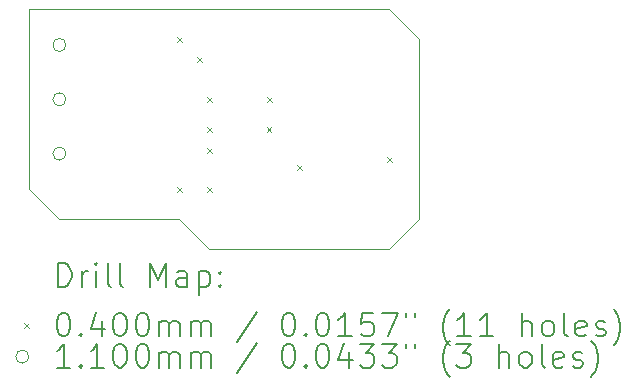
<source format=gbr>
%TF.GenerationSoftware,KiCad,Pcbnew,7.0.2*%
%TF.CreationDate,2023-06-01T20:05:19-06:00*%
%TF.ProjectId,ArmchairBarf,41726d63-6861-4697-9242-6172662e6b69,rev?*%
%TF.SameCoordinates,Original*%
%TF.FileFunction,Drillmap*%
%TF.FilePolarity,Positive*%
%FSLAX45Y45*%
G04 Gerber Fmt 4.5, Leading zero omitted, Abs format (unit mm)*
G04 Created by KiCad (PCBNEW 7.0.2) date 2023-06-01 20:05:19*
%MOMM*%
%LPD*%
G01*
G04 APERTURE LIST*
%ADD10C,0.100000*%
%ADD11C,0.200000*%
%ADD12C,0.040000*%
%ADD13C,0.110000*%
G04 APERTURE END LIST*
D10*
X16764000Y-10668000D02*
X16510000Y-10414000D01*
X15494000Y-8636000D02*
X15240000Y-8636000D01*
X18542000Y-8890000D02*
X18288000Y-8636000D01*
X15494000Y-10414000D02*
X16002000Y-10414000D01*
X15240000Y-10160000D02*
X15494000Y-10414000D01*
X18288000Y-8636000D02*
X18034000Y-8636000D01*
X16764000Y-10668000D02*
X18288000Y-10668000D01*
X16002000Y-10414000D02*
X16510000Y-10414000D01*
X15240000Y-9906000D02*
X15240000Y-10160000D01*
X15240000Y-8636000D02*
X15240000Y-9906000D01*
X18034000Y-8636000D02*
X15494000Y-8636000D01*
X18542000Y-10414000D02*
X18542000Y-8890000D01*
X18288000Y-10668000D02*
X18542000Y-10414000D01*
D11*
D12*
X16490000Y-8870000D02*
X16530000Y-8910000D01*
X16530000Y-8870000D02*
X16490000Y-8910000D01*
X16490000Y-10140000D02*
X16530000Y-10180000D01*
X16530000Y-10140000D02*
X16490000Y-10180000D01*
X16660950Y-9040950D02*
X16700950Y-9080950D01*
X16700950Y-9040950D02*
X16660950Y-9080950D01*
X16744000Y-9378000D02*
X16784000Y-9418000D01*
X16784000Y-9378000D02*
X16744000Y-9418000D01*
X16744000Y-9632000D02*
X16784000Y-9672000D01*
X16784000Y-9632000D02*
X16744000Y-9672000D01*
X16744000Y-9813550D02*
X16784000Y-9853550D01*
X16784000Y-9813550D02*
X16744000Y-9853550D01*
X16744000Y-10140000D02*
X16784000Y-10180000D01*
X16784000Y-10140000D02*
X16744000Y-10180000D01*
X17248540Y-9632000D02*
X17288540Y-9672000D01*
X17288540Y-9632000D02*
X17248540Y-9672000D01*
X17252000Y-9378000D02*
X17292000Y-9418000D01*
X17292000Y-9378000D02*
X17252000Y-9418000D01*
X17506000Y-9958450D02*
X17546000Y-9998450D01*
X17546000Y-9958450D02*
X17506000Y-9998450D01*
X18268000Y-9886000D02*
X18308000Y-9926000D01*
X18308000Y-9886000D02*
X18268000Y-9926000D01*
D13*
X15549000Y-8938000D02*
G75*
G03*
X15549000Y-8938000I-55000J0D01*
G01*
X15549000Y-9398000D02*
G75*
G03*
X15549000Y-9398000I-55000J0D01*
G01*
X15549000Y-9858000D02*
G75*
G03*
X15549000Y-9858000I-55000J0D01*
G01*
D11*
X15482619Y-10985524D02*
X15482619Y-10785524D01*
X15482619Y-10785524D02*
X15530238Y-10785524D01*
X15530238Y-10785524D02*
X15558809Y-10795048D01*
X15558809Y-10795048D02*
X15577857Y-10814095D01*
X15577857Y-10814095D02*
X15587381Y-10833143D01*
X15587381Y-10833143D02*
X15596905Y-10871238D01*
X15596905Y-10871238D02*
X15596905Y-10899810D01*
X15596905Y-10899810D02*
X15587381Y-10937905D01*
X15587381Y-10937905D02*
X15577857Y-10956952D01*
X15577857Y-10956952D02*
X15558809Y-10976000D01*
X15558809Y-10976000D02*
X15530238Y-10985524D01*
X15530238Y-10985524D02*
X15482619Y-10985524D01*
X15682619Y-10985524D02*
X15682619Y-10852190D01*
X15682619Y-10890286D02*
X15692143Y-10871238D01*
X15692143Y-10871238D02*
X15701667Y-10861714D01*
X15701667Y-10861714D02*
X15720714Y-10852190D01*
X15720714Y-10852190D02*
X15739762Y-10852190D01*
X15806428Y-10985524D02*
X15806428Y-10852190D01*
X15806428Y-10785524D02*
X15796905Y-10795048D01*
X15796905Y-10795048D02*
X15806428Y-10804571D01*
X15806428Y-10804571D02*
X15815952Y-10795048D01*
X15815952Y-10795048D02*
X15806428Y-10785524D01*
X15806428Y-10785524D02*
X15806428Y-10804571D01*
X15930238Y-10985524D02*
X15911190Y-10976000D01*
X15911190Y-10976000D02*
X15901667Y-10956952D01*
X15901667Y-10956952D02*
X15901667Y-10785524D01*
X16035000Y-10985524D02*
X16015952Y-10976000D01*
X16015952Y-10976000D02*
X16006428Y-10956952D01*
X16006428Y-10956952D02*
X16006428Y-10785524D01*
X16263571Y-10985524D02*
X16263571Y-10785524D01*
X16263571Y-10785524D02*
X16330238Y-10928381D01*
X16330238Y-10928381D02*
X16396905Y-10785524D01*
X16396905Y-10785524D02*
X16396905Y-10985524D01*
X16577857Y-10985524D02*
X16577857Y-10880762D01*
X16577857Y-10880762D02*
X16568333Y-10861714D01*
X16568333Y-10861714D02*
X16549286Y-10852190D01*
X16549286Y-10852190D02*
X16511190Y-10852190D01*
X16511190Y-10852190D02*
X16492143Y-10861714D01*
X16577857Y-10976000D02*
X16558809Y-10985524D01*
X16558809Y-10985524D02*
X16511190Y-10985524D01*
X16511190Y-10985524D02*
X16492143Y-10976000D01*
X16492143Y-10976000D02*
X16482619Y-10956952D01*
X16482619Y-10956952D02*
X16482619Y-10937905D01*
X16482619Y-10937905D02*
X16492143Y-10918857D01*
X16492143Y-10918857D02*
X16511190Y-10909333D01*
X16511190Y-10909333D02*
X16558809Y-10909333D01*
X16558809Y-10909333D02*
X16577857Y-10899810D01*
X16673095Y-10852190D02*
X16673095Y-11052190D01*
X16673095Y-10861714D02*
X16692143Y-10852190D01*
X16692143Y-10852190D02*
X16730238Y-10852190D01*
X16730238Y-10852190D02*
X16749286Y-10861714D01*
X16749286Y-10861714D02*
X16758809Y-10871238D01*
X16758809Y-10871238D02*
X16768333Y-10890286D01*
X16768333Y-10890286D02*
X16768333Y-10947429D01*
X16768333Y-10947429D02*
X16758809Y-10966476D01*
X16758809Y-10966476D02*
X16749286Y-10976000D01*
X16749286Y-10976000D02*
X16730238Y-10985524D01*
X16730238Y-10985524D02*
X16692143Y-10985524D01*
X16692143Y-10985524D02*
X16673095Y-10976000D01*
X16854048Y-10966476D02*
X16863571Y-10976000D01*
X16863571Y-10976000D02*
X16854048Y-10985524D01*
X16854048Y-10985524D02*
X16844524Y-10976000D01*
X16844524Y-10976000D02*
X16854048Y-10966476D01*
X16854048Y-10966476D02*
X16854048Y-10985524D01*
X16854048Y-10861714D02*
X16863571Y-10871238D01*
X16863571Y-10871238D02*
X16854048Y-10880762D01*
X16854048Y-10880762D02*
X16844524Y-10871238D01*
X16844524Y-10871238D02*
X16854048Y-10861714D01*
X16854048Y-10861714D02*
X16854048Y-10880762D01*
D12*
X15195000Y-11293000D02*
X15235000Y-11333000D01*
X15235000Y-11293000D02*
X15195000Y-11333000D01*
D11*
X15520714Y-11205524D02*
X15539762Y-11205524D01*
X15539762Y-11205524D02*
X15558809Y-11215048D01*
X15558809Y-11215048D02*
X15568333Y-11224571D01*
X15568333Y-11224571D02*
X15577857Y-11243619D01*
X15577857Y-11243619D02*
X15587381Y-11281714D01*
X15587381Y-11281714D02*
X15587381Y-11329333D01*
X15587381Y-11329333D02*
X15577857Y-11367428D01*
X15577857Y-11367428D02*
X15568333Y-11386476D01*
X15568333Y-11386476D02*
X15558809Y-11396000D01*
X15558809Y-11396000D02*
X15539762Y-11405524D01*
X15539762Y-11405524D02*
X15520714Y-11405524D01*
X15520714Y-11405524D02*
X15501667Y-11396000D01*
X15501667Y-11396000D02*
X15492143Y-11386476D01*
X15492143Y-11386476D02*
X15482619Y-11367428D01*
X15482619Y-11367428D02*
X15473095Y-11329333D01*
X15473095Y-11329333D02*
X15473095Y-11281714D01*
X15473095Y-11281714D02*
X15482619Y-11243619D01*
X15482619Y-11243619D02*
X15492143Y-11224571D01*
X15492143Y-11224571D02*
X15501667Y-11215048D01*
X15501667Y-11215048D02*
X15520714Y-11205524D01*
X15673095Y-11386476D02*
X15682619Y-11396000D01*
X15682619Y-11396000D02*
X15673095Y-11405524D01*
X15673095Y-11405524D02*
X15663571Y-11396000D01*
X15663571Y-11396000D02*
X15673095Y-11386476D01*
X15673095Y-11386476D02*
X15673095Y-11405524D01*
X15854048Y-11272190D02*
X15854048Y-11405524D01*
X15806428Y-11196000D02*
X15758809Y-11338857D01*
X15758809Y-11338857D02*
X15882619Y-11338857D01*
X15996905Y-11205524D02*
X16015952Y-11205524D01*
X16015952Y-11205524D02*
X16035000Y-11215048D01*
X16035000Y-11215048D02*
X16044524Y-11224571D01*
X16044524Y-11224571D02*
X16054048Y-11243619D01*
X16054048Y-11243619D02*
X16063571Y-11281714D01*
X16063571Y-11281714D02*
X16063571Y-11329333D01*
X16063571Y-11329333D02*
X16054048Y-11367428D01*
X16054048Y-11367428D02*
X16044524Y-11386476D01*
X16044524Y-11386476D02*
X16035000Y-11396000D01*
X16035000Y-11396000D02*
X16015952Y-11405524D01*
X16015952Y-11405524D02*
X15996905Y-11405524D01*
X15996905Y-11405524D02*
X15977857Y-11396000D01*
X15977857Y-11396000D02*
X15968333Y-11386476D01*
X15968333Y-11386476D02*
X15958809Y-11367428D01*
X15958809Y-11367428D02*
X15949286Y-11329333D01*
X15949286Y-11329333D02*
X15949286Y-11281714D01*
X15949286Y-11281714D02*
X15958809Y-11243619D01*
X15958809Y-11243619D02*
X15968333Y-11224571D01*
X15968333Y-11224571D02*
X15977857Y-11215048D01*
X15977857Y-11215048D02*
X15996905Y-11205524D01*
X16187381Y-11205524D02*
X16206429Y-11205524D01*
X16206429Y-11205524D02*
X16225476Y-11215048D01*
X16225476Y-11215048D02*
X16235000Y-11224571D01*
X16235000Y-11224571D02*
X16244524Y-11243619D01*
X16244524Y-11243619D02*
X16254048Y-11281714D01*
X16254048Y-11281714D02*
X16254048Y-11329333D01*
X16254048Y-11329333D02*
X16244524Y-11367428D01*
X16244524Y-11367428D02*
X16235000Y-11386476D01*
X16235000Y-11386476D02*
X16225476Y-11396000D01*
X16225476Y-11396000D02*
X16206429Y-11405524D01*
X16206429Y-11405524D02*
X16187381Y-11405524D01*
X16187381Y-11405524D02*
X16168333Y-11396000D01*
X16168333Y-11396000D02*
X16158809Y-11386476D01*
X16158809Y-11386476D02*
X16149286Y-11367428D01*
X16149286Y-11367428D02*
X16139762Y-11329333D01*
X16139762Y-11329333D02*
X16139762Y-11281714D01*
X16139762Y-11281714D02*
X16149286Y-11243619D01*
X16149286Y-11243619D02*
X16158809Y-11224571D01*
X16158809Y-11224571D02*
X16168333Y-11215048D01*
X16168333Y-11215048D02*
X16187381Y-11205524D01*
X16339762Y-11405524D02*
X16339762Y-11272190D01*
X16339762Y-11291238D02*
X16349286Y-11281714D01*
X16349286Y-11281714D02*
X16368333Y-11272190D01*
X16368333Y-11272190D02*
X16396905Y-11272190D01*
X16396905Y-11272190D02*
X16415952Y-11281714D01*
X16415952Y-11281714D02*
X16425476Y-11300762D01*
X16425476Y-11300762D02*
X16425476Y-11405524D01*
X16425476Y-11300762D02*
X16435000Y-11281714D01*
X16435000Y-11281714D02*
X16454048Y-11272190D01*
X16454048Y-11272190D02*
X16482619Y-11272190D01*
X16482619Y-11272190D02*
X16501667Y-11281714D01*
X16501667Y-11281714D02*
X16511190Y-11300762D01*
X16511190Y-11300762D02*
X16511190Y-11405524D01*
X16606429Y-11405524D02*
X16606429Y-11272190D01*
X16606429Y-11291238D02*
X16615952Y-11281714D01*
X16615952Y-11281714D02*
X16635000Y-11272190D01*
X16635000Y-11272190D02*
X16663571Y-11272190D01*
X16663571Y-11272190D02*
X16682619Y-11281714D01*
X16682619Y-11281714D02*
X16692143Y-11300762D01*
X16692143Y-11300762D02*
X16692143Y-11405524D01*
X16692143Y-11300762D02*
X16701667Y-11281714D01*
X16701667Y-11281714D02*
X16720714Y-11272190D01*
X16720714Y-11272190D02*
X16749286Y-11272190D01*
X16749286Y-11272190D02*
X16768333Y-11281714D01*
X16768333Y-11281714D02*
X16777857Y-11300762D01*
X16777857Y-11300762D02*
X16777857Y-11405524D01*
X17168333Y-11196000D02*
X16996905Y-11453143D01*
X17425476Y-11205524D02*
X17444524Y-11205524D01*
X17444524Y-11205524D02*
X17463572Y-11215048D01*
X17463572Y-11215048D02*
X17473095Y-11224571D01*
X17473095Y-11224571D02*
X17482619Y-11243619D01*
X17482619Y-11243619D02*
X17492143Y-11281714D01*
X17492143Y-11281714D02*
X17492143Y-11329333D01*
X17492143Y-11329333D02*
X17482619Y-11367428D01*
X17482619Y-11367428D02*
X17473095Y-11386476D01*
X17473095Y-11386476D02*
X17463572Y-11396000D01*
X17463572Y-11396000D02*
X17444524Y-11405524D01*
X17444524Y-11405524D02*
X17425476Y-11405524D01*
X17425476Y-11405524D02*
X17406429Y-11396000D01*
X17406429Y-11396000D02*
X17396905Y-11386476D01*
X17396905Y-11386476D02*
X17387381Y-11367428D01*
X17387381Y-11367428D02*
X17377857Y-11329333D01*
X17377857Y-11329333D02*
X17377857Y-11281714D01*
X17377857Y-11281714D02*
X17387381Y-11243619D01*
X17387381Y-11243619D02*
X17396905Y-11224571D01*
X17396905Y-11224571D02*
X17406429Y-11215048D01*
X17406429Y-11215048D02*
X17425476Y-11205524D01*
X17577857Y-11386476D02*
X17587381Y-11396000D01*
X17587381Y-11396000D02*
X17577857Y-11405524D01*
X17577857Y-11405524D02*
X17568334Y-11396000D01*
X17568334Y-11396000D02*
X17577857Y-11386476D01*
X17577857Y-11386476D02*
X17577857Y-11405524D01*
X17711191Y-11205524D02*
X17730238Y-11205524D01*
X17730238Y-11205524D02*
X17749286Y-11215048D01*
X17749286Y-11215048D02*
X17758810Y-11224571D01*
X17758810Y-11224571D02*
X17768334Y-11243619D01*
X17768334Y-11243619D02*
X17777857Y-11281714D01*
X17777857Y-11281714D02*
X17777857Y-11329333D01*
X17777857Y-11329333D02*
X17768334Y-11367428D01*
X17768334Y-11367428D02*
X17758810Y-11386476D01*
X17758810Y-11386476D02*
X17749286Y-11396000D01*
X17749286Y-11396000D02*
X17730238Y-11405524D01*
X17730238Y-11405524D02*
X17711191Y-11405524D01*
X17711191Y-11405524D02*
X17692143Y-11396000D01*
X17692143Y-11396000D02*
X17682619Y-11386476D01*
X17682619Y-11386476D02*
X17673095Y-11367428D01*
X17673095Y-11367428D02*
X17663572Y-11329333D01*
X17663572Y-11329333D02*
X17663572Y-11281714D01*
X17663572Y-11281714D02*
X17673095Y-11243619D01*
X17673095Y-11243619D02*
X17682619Y-11224571D01*
X17682619Y-11224571D02*
X17692143Y-11215048D01*
X17692143Y-11215048D02*
X17711191Y-11205524D01*
X17968334Y-11405524D02*
X17854048Y-11405524D01*
X17911191Y-11405524D02*
X17911191Y-11205524D01*
X17911191Y-11205524D02*
X17892143Y-11234095D01*
X17892143Y-11234095D02*
X17873095Y-11253143D01*
X17873095Y-11253143D02*
X17854048Y-11262667D01*
X18149286Y-11205524D02*
X18054048Y-11205524D01*
X18054048Y-11205524D02*
X18044524Y-11300762D01*
X18044524Y-11300762D02*
X18054048Y-11291238D01*
X18054048Y-11291238D02*
X18073095Y-11281714D01*
X18073095Y-11281714D02*
X18120715Y-11281714D01*
X18120715Y-11281714D02*
X18139762Y-11291238D01*
X18139762Y-11291238D02*
X18149286Y-11300762D01*
X18149286Y-11300762D02*
X18158810Y-11319809D01*
X18158810Y-11319809D02*
X18158810Y-11367428D01*
X18158810Y-11367428D02*
X18149286Y-11386476D01*
X18149286Y-11386476D02*
X18139762Y-11396000D01*
X18139762Y-11396000D02*
X18120715Y-11405524D01*
X18120715Y-11405524D02*
X18073095Y-11405524D01*
X18073095Y-11405524D02*
X18054048Y-11396000D01*
X18054048Y-11396000D02*
X18044524Y-11386476D01*
X18225476Y-11205524D02*
X18358810Y-11205524D01*
X18358810Y-11205524D02*
X18273095Y-11405524D01*
X18425476Y-11205524D02*
X18425476Y-11243619D01*
X18501667Y-11205524D02*
X18501667Y-11243619D01*
X18796905Y-11481714D02*
X18787381Y-11472190D01*
X18787381Y-11472190D02*
X18768334Y-11443619D01*
X18768334Y-11443619D02*
X18758810Y-11424571D01*
X18758810Y-11424571D02*
X18749286Y-11396000D01*
X18749286Y-11396000D02*
X18739762Y-11348381D01*
X18739762Y-11348381D02*
X18739762Y-11310286D01*
X18739762Y-11310286D02*
X18749286Y-11262667D01*
X18749286Y-11262667D02*
X18758810Y-11234095D01*
X18758810Y-11234095D02*
X18768334Y-11215048D01*
X18768334Y-11215048D02*
X18787381Y-11186476D01*
X18787381Y-11186476D02*
X18796905Y-11176952D01*
X18977857Y-11405524D02*
X18863572Y-11405524D01*
X18920715Y-11405524D02*
X18920715Y-11205524D01*
X18920715Y-11205524D02*
X18901667Y-11234095D01*
X18901667Y-11234095D02*
X18882619Y-11253143D01*
X18882619Y-11253143D02*
X18863572Y-11262667D01*
X19168334Y-11405524D02*
X19054048Y-11405524D01*
X19111191Y-11405524D02*
X19111191Y-11205524D01*
X19111191Y-11205524D02*
X19092143Y-11234095D01*
X19092143Y-11234095D02*
X19073096Y-11253143D01*
X19073096Y-11253143D02*
X19054048Y-11262667D01*
X19406429Y-11405524D02*
X19406429Y-11205524D01*
X19492143Y-11405524D02*
X19492143Y-11300762D01*
X19492143Y-11300762D02*
X19482619Y-11281714D01*
X19482619Y-11281714D02*
X19463572Y-11272190D01*
X19463572Y-11272190D02*
X19435000Y-11272190D01*
X19435000Y-11272190D02*
X19415953Y-11281714D01*
X19415953Y-11281714D02*
X19406429Y-11291238D01*
X19615953Y-11405524D02*
X19596905Y-11396000D01*
X19596905Y-11396000D02*
X19587381Y-11386476D01*
X19587381Y-11386476D02*
X19577858Y-11367428D01*
X19577858Y-11367428D02*
X19577858Y-11310286D01*
X19577858Y-11310286D02*
X19587381Y-11291238D01*
X19587381Y-11291238D02*
X19596905Y-11281714D01*
X19596905Y-11281714D02*
X19615953Y-11272190D01*
X19615953Y-11272190D02*
X19644524Y-11272190D01*
X19644524Y-11272190D02*
X19663572Y-11281714D01*
X19663572Y-11281714D02*
X19673096Y-11291238D01*
X19673096Y-11291238D02*
X19682619Y-11310286D01*
X19682619Y-11310286D02*
X19682619Y-11367428D01*
X19682619Y-11367428D02*
X19673096Y-11386476D01*
X19673096Y-11386476D02*
X19663572Y-11396000D01*
X19663572Y-11396000D02*
X19644524Y-11405524D01*
X19644524Y-11405524D02*
X19615953Y-11405524D01*
X19796905Y-11405524D02*
X19777858Y-11396000D01*
X19777858Y-11396000D02*
X19768334Y-11376952D01*
X19768334Y-11376952D02*
X19768334Y-11205524D01*
X19949286Y-11396000D02*
X19930239Y-11405524D01*
X19930239Y-11405524D02*
X19892143Y-11405524D01*
X19892143Y-11405524D02*
X19873096Y-11396000D01*
X19873096Y-11396000D02*
X19863572Y-11376952D01*
X19863572Y-11376952D02*
X19863572Y-11300762D01*
X19863572Y-11300762D02*
X19873096Y-11281714D01*
X19873096Y-11281714D02*
X19892143Y-11272190D01*
X19892143Y-11272190D02*
X19930239Y-11272190D01*
X19930239Y-11272190D02*
X19949286Y-11281714D01*
X19949286Y-11281714D02*
X19958810Y-11300762D01*
X19958810Y-11300762D02*
X19958810Y-11319809D01*
X19958810Y-11319809D02*
X19863572Y-11338857D01*
X20035000Y-11396000D02*
X20054048Y-11405524D01*
X20054048Y-11405524D02*
X20092143Y-11405524D01*
X20092143Y-11405524D02*
X20111191Y-11396000D01*
X20111191Y-11396000D02*
X20120715Y-11376952D01*
X20120715Y-11376952D02*
X20120715Y-11367428D01*
X20120715Y-11367428D02*
X20111191Y-11348381D01*
X20111191Y-11348381D02*
X20092143Y-11338857D01*
X20092143Y-11338857D02*
X20063572Y-11338857D01*
X20063572Y-11338857D02*
X20044524Y-11329333D01*
X20044524Y-11329333D02*
X20035000Y-11310286D01*
X20035000Y-11310286D02*
X20035000Y-11300762D01*
X20035000Y-11300762D02*
X20044524Y-11281714D01*
X20044524Y-11281714D02*
X20063572Y-11272190D01*
X20063572Y-11272190D02*
X20092143Y-11272190D01*
X20092143Y-11272190D02*
X20111191Y-11281714D01*
X20187381Y-11481714D02*
X20196905Y-11472190D01*
X20196905Y-11472190D02*
X20215953Y-11443619D01*
X20215953Y-11443619D02*
X20225477Y-11424571D01*
X20225477Y-11424571D02*
X20235000Y-11396000D01*
X20235000Y-11396000D02*
X20244524Y-11348381D01*
X20244524Y-11348381D02*
X20244524Y-11310286D01*
X20244524Y-11310286D02*
X20235000Y-11262667D01*
X20235000Y-11262667D02*
X20225477Y-11234095D01*
X20225477Y-11234095D02*
X20215953Y-11215048D01*
X20215953Y-11215048D02*
X20196905Y-11186476D01*
X20196905Y-11186476D02*
X20187381Y-11176952D01*
D13*
X15235000Y-11577000D02*
G75*
G03*
X15235000Y-11577000I-55000J0D01*
G01*
D11*
X15587381Y-11669524D02*
X15473095Y-11669524D01*
X15530238Y-11669524D02*
X15530238Y-11469524D01*
X15530238Y-11469524D02*
X15511190Y-11498095D01*
X15511190Y-11498095D02*
X15492143Y-11517143D01*
X15492143Y-11517143D02*
X15473095Y-11526667D01*
X15673095Y-11650476D02*
X15682619Y-11660000D01*
X15682619Y-11660000D02*
X15673095Y-11669524D01*
X15673095Y-11669524D02*
X15663571Y-11660000D01*
X15663571Y-11660000D02*
X15673095Y-11650476D01*
X15673095Y-11650476D02*
X15673095Y-11669524D01*
X15873095Y-11669524D02*
X15758809Y-11669524D01*
X15815952Y-11669524D02*
X15815952Y-11469524D01*
X15815952Y-11469524D02*
X15796905Y-11498095D01*
X15796905Y-11498095D02*
X15777857Y-11517143D01*
X15777857Y-11517143D02*
X15758809Y-11526667D01*
X15996905Y-11469524D02*
X16015952Y-11469524D01*
X16015952Y-11469524D02*
X16035000Y-11479048D01*
X16035000Y-11479048D02*
X16044524Y-11488571D01*
X16044524Y-11488571D02*
X16054048Y-11507619D01*
X16054048Y-11507619D02*
X16063571Y-11545714D01*
X16063571Y-11545714D02*
X16063571Y-11593333D01*
X16063571Y-11593333D02*
X16054048Y-11631428D01*
X16054048Y-11631428D02*
X16044524Y-11650476D01*
X16044524Y-11650476D02*
X16035000Y-11660000D01*
X16035000Y-11660000D02*
X16015952Y-11669524D01*
X16015952Y-11669524D02*
X15996905Y-11669524D01*
X15996905Y-11669524D02*
X15977857Y-11660000D01*
X15977857Y-11660000D02*
X15968333Y-11650476D01*
X15968333Y-11650476D02*
X15958809Y-11631428D01*
X15958809Y-11631428D02*
X15949286Y-11593333D01*
X15949286Y-11593333D02*
X15949286Y-11545714D01*
X15949286Y-11545714D02*
X15958809Y-11507619D01*
X15958809Y-11507619D02*
X15968333Y-11488571D01*
X15968333Y-11488571D02*
X15977857Y-11479048D01*
X15977857Y-11479048D02*
X15996905Y-11469524D01*
X16187381Y-11469524D02*
X16206429Y-11469524D01*
X16206429Y-11469524D02*
X16225476Y-11479048D01*
X16225476Y-11479048D02*
X16235000Y-11488571D01*
X16235000Y-11488571D02*
X16244524Y-11507619D01*
X16244524Y-11507619D02*
X16254048Y-11545714D01*
X16254048Y-11545714D02*
X16254048Y-11593333D01*
X16254048Y-11593333D02*
X16244524Y-11631428D01*
X16244524Y-11631428D02*
X16235000Y-11650476D01*
X16235000Y-11650476D02*
X16225476Y-11660000D01*
X16225476Y-11660000D02*
X16206429Y-11669524D01*
X16206429Y-11669524D02*
X16187381Y-11669524D01*
X16187381Y-11669524D02*
X16168333Y-11660000D01*
X16168333Y-11660000D02*
X16158809Y-11650476D01*
X16158809Y-11650476D02*
X16149286Y-11631428D01*
X16149286Y-11631428D02*
X16139762Y-11593333D01*
X16139762Y-11593333D02*
X16139762Y-11545714D01*
X16139762Y-11545714D02*
X16149286Y-11507619D01*
X16149286Y-11507619D02*
X16158809Y-11488571D01*
X16158809Y-11488571D02*
X16168333Y-11479048D01*
X16168333Y-11479048D02*
X16187381Y-11469524D01*
X16339762Y-11669524D02*
X16339762Y-11536190D01*
X16339762Y-11555238D02*
X16349286Y-11545714D01*
X16349286Y-11545714D02*
X16368333Y-11536190D01*
X16368333Y-11536190D02*
X16396905Y-11536190D01*
X16396905Y-11536190D02*
X16415952Y-11545714D01*
X16415952Y-11545714D02*
X16425476Y-11564762D01*
X16425476Y-11564762D02*
X16425476Y-11669524D01*
X16425476Y-11564762D02*
X16435000Y-11545714D01*
X16435000Y-11545714D02*
X16454048Y-11536190D01*
X16454048Y-11536190D02*
X16482619Y-11536190D01*
X16482619Y-11536190D02*
X16501667Y-11545714D01*
X16501667Y-11545714D02*
X16511190Y-11564762D01*
X16511190Y-11564762D02*
X16511190Y-11669524D01*
X16606429Y-11669524D02*
X16606429Y-11536190D01*
X16606429Y-11555238D02*
X16615952Y-11545714D01*
X16615952Y-11545714D02*
X16635000Y-11536190D01*
X16635000Y-11536190D02*
X16663571Y-11536190D01*
X16663571Y-11536190D02*
X16682619Y-11545714D01*
X16682619Y-11545714D02*
X16692143Y-11564762D01*
X16692143Y-11564762D02*
X16692143Y-11669524D01*
X16692143Y-11564762D02*
X16701667Y-11545714D01*
X16701667Y-11545714D02*
X16720714Y-11536190D01*
X16720714Y-11536190D02*
X16749286Y-11536190D01*
X16749286Y-11536190D02*
X16768333Y-11545714D01*
X16768333Y-11545714D02*
X16777857Y-11564762D01*
X16777857Y-11564762D02*
X16777857Y-11669524D01*
X17168333Y-11460000D02*
X16996905Y-11717143D01*
X17425476Y-11469524D02*
X17444524Y-11469524D01*
X17444524Y-11469524D02*
X17463572Y-11479048D01*
X17463572Y-11479048D02*
X17473095Y-11488571D01*
X17473095Y-11488571D02*
X17482619Y-11507619D01*
X17482619Y-11507619D02*
X17492143Y-11545714D01*
X17492143Y-11545714D02*
X17492143Y-11593333D01*
X17492143Y-11593333D02*
X17482619Y-11631428D01*
X17482619Y-11631428D02*
X17473095Y-11650476D01*
X17473095Y-11650476D02*
X17463572Y-11660000D01*
X17463572Y-11660000D02*
X17444524Y-11669524D01*
X17444524Y-11669524D02*
X17425476Y-11669524D01*
X17425476Y-11669524D02*
X17406429Y-11660000D01*
X17406429Y-11660000D02*
X17396905Y-11650476D01*
X17396905Y-11650476D02*
X17387381Y-11631428D01*
X17387381Y-11631428D02*
X17377857Y-11593333D01*
X17377857Y-11593333D02*
X17377857Y-11545714D01*
X17377857Y-11545714D02*
X17387381Y-11507619D01*
X17387381Y-11507619D02*
X17396905Y-11488571D01*
X17396905Y-11488571D02*
X17406429Y-11479048D01*
X17406429Y-11479048D02*
X17425476Y-11469524D01*
X17577857Y-11650476D02*
X17587381Y-11660000D01*
X17587381Y-11660000D02*
X17577857Y-11669524D01*
X17577857Y-11669524D02*
X17568334Y-11660000D01*
X17568334Y-11660000D02*
X17577857Y-11650476D01*
X17577857Y-11650476D02*
X17577857Y-11669524D01*
X17711191Y-11469524D02*
X17730238Y-11469524D01*
X17730238Y-11469524D02*
X17749286Y-11479048D01*
X17749286Y-11479048D02*
X17758810Y-11488571D01*
X17758810Y-11488571D02*
X17768334Y-11507619D01*
X17768334Y-11507619D02*
X17777857Y-11545714D01*
X17777857Y-11545714D02*
X17777857Y-11593333D01*
X17777857Y-11593333D02*
X17768334Y-11631428D01*
X17768334Y-11631428D02*
X17758810Y-11650476D01*
X17758810Y-11650476D02*
X17749286Y-11660000D01*
X17749286Y-11660000D02*
X17730238Y-11669524D01*
X17730238Y-11669524D02*
X17711191Y-11669524D01*
X17711191Y-11669524D02*
X17692143Y-11660000D01*
X17692143Y-11660000D02*
X17682619Y-11650476D01*
X17682619Y-11650476D02*
X17673095Y-11631428D01*
X17673095Y-11631428D02*
X17663572Y-11593333D01*
X17663572Y-11593333D02*
X17663572Y-11545714D01*
X17663572Y-11545714D02*
X17673095Y-11507619D01*
X17673095Y-11507619D02*
X17682619Y-11488571D01*
X17682619Y-11488571D02*
X17692143Y-11479048D01*
X17692143Y-11479048D02*
X17711191Y-11469524D01*
X17949286Y-11536190D02*
X17949286Y-11669524D01*
X17901667Y-11460000D02*
X17854048Y-11602857D01*
X17854048Y-11602857D02*
X17977857Y-11602857D01*
X18035000Y-11469524D02*
X18158810Y-11469524D01*
X18158810Y-11469524D02*
X18092143Y-11545714D01*
X18092143Y-11545714D02*
X18120715Y-11545714D01*
X18120715Y-11545714D02*
X18139762Y-11555238D01*
X18139762Y-11555238D02*
X18149286Y-11564762D01*
X18149286Y-11564762D02*
X18158810Y-11583809D01*
X18158810Y-11583809D02*
X18158810Y-11631428D01*
X18158810Y-11631428D02*
X18149286Y-11650476D01*
X18149286Y-11650476D02*
X18139762Y-11660000D01*
X18139762Y-11660000D02*
X18120715Y-11669524D01*
X18120715Y-11669524D02*
X18063572Y-11669524D01*
X18063572Y-11669524D02*
X18044524Y-11660000D01*
X18044524Y-11660000D02*
X18035000Y-11650476D01*
X18225476Y-11469524D02*
X18349286Y-11469524D01*
X18349286Y-11469524D02*
X18282619Y-11545714D01*
X18282619Y-11545714D02*
X18311191Y-11545714D01*
X18311191Y-11545714D02*
X18330238Y-11555238D01*
X18330238Y-11555238D02*
X18339762Y-11564762D01*
X18339762Y-11564762D02*
X18349286Y-11583809D01*
X18349286Y-11583809D02*
X18349286Y-11631428D01*
X18349286Y-11631428D02*
X18339762Y-11650476D01*
X18339762Y-11650476D02*
X18330238Y-11660000D01*
X18330238Y-11660000D02*
X18311191Y-11669524D01*
X18311191Y-11669524D02*
X18254048Y-11669524D01*
X18254048Y-11669524D02*
X18235000Y-11660000D01*
X18235000Y-11660000D02*
X18225476Y-11650476D01*
X18425476Y-11469524D02*
X18425476Y-11507619D01*
X18501667Y-11469524D02*
X18501667Y-11507619D01*
X18796905Y-11745714D02*
X18787381Y-11736190D01*
X18787381Y-11736190D02*
X18768334Y-11707619D01*
X18768334Y-11707619D02*
X18758810Y-11688571D01*
X18758810Y-11688571D02*
X18749286Y-11660000D01*
X18749286Y-11660000D02*
X18739762Y-11612381D01*
X18739762Y-11612381D02*
X18739762Y-11574286D01*
X18739762Y-11574286D02*
X18749286Y-11526667D01*
X18749286Y-11526667D02*
X18758810Y-11498095D01*
X18758810Y-11498095D02*
X18768334Y-11479048D01*
X18768334Y-11479048D02*
X18787381Y-11450476D01*
X18787381Y-11450476D02*
X18796905Y-11440952D01*
X18854048Y-11469524D02*
X18977857Y-11469524D01*
X18977857Y-11469524D02*
X18911191Y-11545714D01*
X18911191Y-11545714D02*
X18939762Y-11545714D01*
X18939762Y-11545714D02*
X18958810Y-11555238D01*
X18958810Y-11555238D02*
X18968334Y-11564762D01*
X18968334Y-11564762D02*
X18977857Y-11583809D01*
X18977857Y-11583809D02*
X18977857Y-11631428D01*
X18977857Y-11631428D02*
X18968334Y-11650476D01*
X18968334Y-11650476D02*
X18958810Y-11660000D01*
X18958810Y-11660000D02*
X18939762Y-11669524D01*
X18939762Y-11669524D02*
X18882619Y-11669524D01*
X18882619Y-11669524D02*
X18863572Y-11660000D01*
X18863572Y-11660000D02*
X18854048Y-11650476D01*
X19215953Y-11669524D02*
X19215953Y-11469524D01*
X19301667Y-11669524D02*
X19301667Y-11564762D01*
X19301667Y-11564762D02*
X19292143Y-11545714D01*
X19292143Y-11545714D02*
X19273096Y-11536190D01*
X19273096Y-11536190D02*
X19244524Y-11536190D01*
X19244524Y-11536190D02*
X19225477Y-11545714D01*
X19225477Y-11545714D02*
X19215953Y-11555238D01*
X19425477Y-11669524D02*
X19406429Y-11660000D01*
X19406429Y-11660000D02*
X19396905Y-11650476D01*
X19396905Y-11650476D02*
X19387381Y-11631428D01*
X19387381Y-11631428D02*
X19387381Y-11574286D01*
X19387381Y-11574286D02*
X19396905Y-11555238D01*
X19396905Y-11555238D02*
X19406429Y-11545714D01*
X19406429Y-11545714D02*
X19425477Y-11536190D01*
X19425477Y-11536190D02*
X19454048Y-11536190D01*
X19454048Y-11536190D02*
X19473096Y-11545714D01*
X19473096Y-11545714D02*
X19482619Y-11555238D01*
X19482619Y-11555238D02*
X19492143Y-11574286D01*
X19492143Y-11574286D02*
X19492143Y-11631428D01*
X19492143Y-11631428D02*
X19482619Y-11650476D01*
X19482619Y-11650476D02*
X19473096Y-11660000D01*
X19473096Y-11660000D02*
X19454048Y-11669524D01*
X19454048Y-11669524D02*
X19425477Y-11669524D01*
X19606429Y-11669524D02*
X19587381Y-11660000D01*
X19587381Y-11660000D02*
X19577858Y-11640952D01*
X19577858Y-11640952D02*
X19577858Y-11469524D01*
X19758810Y-11660000D02*
X19739762Y-11669524D01*
X19739762Y-11669524D02*
X19701667Y-11669524D01*
X19701667Y-11669524D02*
X19682619Y-11660000D01*
X19682619Y-11660000D02*
X19673096Y-11640952D01*
X19673096Y-11640952D02*
X19673096Y-11564762D01*
X19673096Y-11564762D02*
X19682619Y-11545714D01*
X19682619Y-11545714D02*
X19701667Y-11536190D01*
X19701667Y-11536190D02*
X19739762Y-11536190D01*
X19739762Y-11536190D02*
X19758810Y-11545714D01*
X19758810Y-11545714D02*
X19768334Y-11564762D01*
X19768334Y-11564762D02*
X19768334Y-11583809D01*
X19768334Y-11583809D02*
X19673096Y-11602857D01*
X19844524Y-11660000D02*
X19863572Y-11669524D01*
X19863572Y-11669524D02*
X19901667Y-11669524D01*
X19901667Y-11669524D02*
X19920715Y-11660000D01*
X19920715Y-11660000D02*
X19930239Y-11640952D01*
X19930239Y-11640952D02*
X19930239Y-11631428D01*
X19930239Y-11631428D02*
X19920715Y-11612381D01*
X19920715Y-11612381D02*
X19901667Y-11602857D01*
X19901667Y-11602857D02*
X19873096Y-11602857D01*
X19873096Y-11602857D02*
X19854048Y-11593333D01*
X19854048Y-11593333D02*
X19844524Y-11574286D01*
X19844524Y-11574286D02*
X19844524Y-11564762D01*
X19844524Y-11564762D02*
X19854048Y-11545714D01*
X19854048Y-11545714D02*
X19873096Y-11536190D01*
X19873096Y-11536190D02*
X19901667Y-11536190D01*
X19901667Y-11536190D02*
X19920715Y-11545714D01*
X19996905Y-11745714D02*
X20006429Y-11736190D01*
X20006429Y-11736190D02*
X20025477Y-11707619D01*
X20025477Y-11707619D02*
X20035000Y-11688571D01*
X20035000Y-11688571D02*
X20044524Y-11660000D01*
X20044524Y-11660000D02*
X20054048Y-11612381D01*
X20054048Y-11612381D02*
X20054048Y-11574286D01*
X20054048Y-11574286D02*
X20044524Y-11526667D01*
X20044524Y-11526667D02*
X20035000Y-11498095D01*
X20035000Y-11498095D02*
X20025477Y-11479048D01*
X20025477Y-11479048D02*
X20006429Y-11450476D01*
X20006429Y-11450476D02*
X19996905Y-11440952D01*
M02*

</source>
